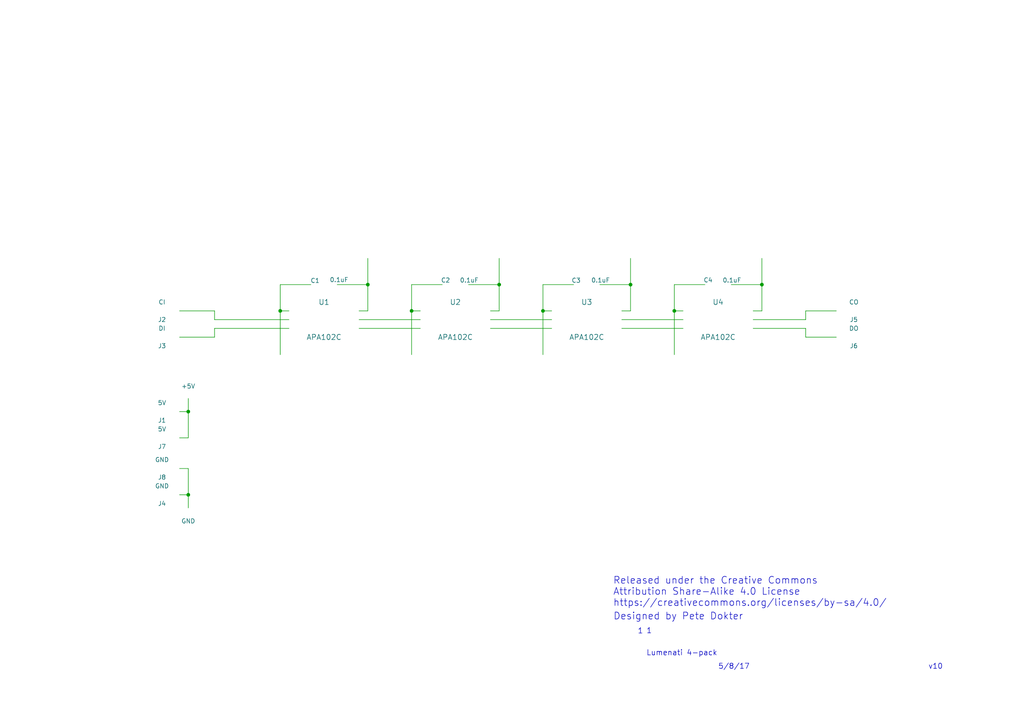
<source format=kicad_sch>
(kicad_sch (version 20230121) (generator eeschema)
  (paper "A4")
  (lib_symbols)
  (junction (at 195.58 90.17))
  (junction (at 81.28 90.17))
  (junction (at 144.78 82.55))
  (junction (at 157.48 90.17))
  (junction (at 119.38 90.17))
  (junction (at 220.98 82.55))
  (junction (at 106.68 82.55))
  (junction (at 182.88 82.55))
  (junction (at 54.61 143.51))
  (junction (at 54.61 119.38))
  (wire (pts (xy 233.68 92.71) (xy 233.68 90.17)))
  (wire (pts (xy 233.68 97.79) (xy 242.57 97.79)))
  (wire (pts (xy 52.07 143.51) (xy 54.61 143.51)))
  (wire (pts (xy 52.07 90.17) (xy 62.23 90.17)))
  (wire (pts (xy 142.24 95.25) (xy 160.02 95.25)))
  (wire (pts (xy 119.38 90.17) (xy 119.38 102.87)))
  (wire (pts (xy 180.34 92.71) (xy 198.12 92.71)))
  (wire (pts (xy 157.48 90.17) (xy 157.48 102.87)))
  (wire (pts (xy 220.98 74.93) (xy 220.98 82.55)))
  (wire (pts (xy 106.68 74.93) (xy 106.68 82.55)))
  (wire (pts (xy 54.61 143.51) (xy 54.61 147.32)))
  (wire (pts (xy 144.78 90.17) (xy 142.24 90.17)))
  (wire (pts (xy 90.17 82.55) (xy 81.28 82.55)))
  (wire (pts (xy 157.48 82.55) (xy 157.48 90.17)))
  (wire (pts (xy 104.14 95.25) (xy 121.92 95.25)))
  (wire (pts (xy 97.79 82.55) (xy 106.68 82.55)))
  (wire (pts (xy 104.14 92.71) (xy 121.92 92.71)))
  (wire (pts (xy 182.88 90.17) (xy 180.34 90.17)))
  (wire (pts (xy 81.28 82.55) (xy 81.28 90.17)))
  (wire (pts (xy 218.44 92.71) (xy 233.68 92.71)))
  (wire (pts (xy 144.78 74.93) (xy 144.78 82.55)))
  (wire (pts (xy 220.98 82.55) (xy 220.98 90.17)))
  (wire (pts (xy 182.88 82.55) (xy 182.88 90.17)))
  (wire (pts (xy 182.88 74.93) (xy 182.88 82.55)))
  (wire (pts (xy 195.58 82.55) (xy 204.47 82.55)))
  (wire (pts (xy 135.89 82.55) (xy 144.78 82.55)))
  (wire (pts (xy 106.68 90.17) (xy 104.14 90.17)))
  (wire (pts (xy 220.98 90.17) (xy 218.44 90.17)))
  (wire (pts (xy 233.68 95.25) (xy 233.68 97.79)))
  (wire (pts (xy 157.48 90.17) (xy 160.02 90.17)))
  (wire (pts (xy 218.44 95.25) (xy 233.68 95.25)))
  (wire (pts (xy 233.68 90.17) (xy 242.57 90.17)))
  (wire (pts (xy 54.61 135.89) (xy 54.61 143.51)))
  (wire (pts (xy 62.23 92.71) (xy 83.82 92.71)))
  (wire (pts (xy 157.48 82.55) (xy 166.37 82.55)))
  (wire (pts (xy 54.61 119.38) (xy 52.07 119.38)))
  (wire (pts (xy 54.61 115.57) (xy 54.61 119.38)))
  (wire (pts (xy 212.09 82.55) (xy 220.98 82.55)))
  (wire (pts (xy 81.28 90.17) (xy 81.28 102.87)))
  (wire (pts (xy 173.99 82.55) (xy 182.88 82.55)))
  (wire (pts (xy 106.68 82.55) (xy 106.68 90.17)))
  (wire (pts (xy 62.23 90.17) (xy 62.23 92.71)))
  (wire (pts (xy 195.58 90.17) (xy 195.58 102.87)))
  (wire (pts (xy 195.58 90.17) (xy 198.12 90.17)))
  (wire (pts (xy 54.61 119.38) (xy 54.61 127)))
  (wire (pts (xy 180.34 95.25) (xy 198.12 95.25)))
  (wire (pts (xy 119.38 82.55) (xy 119.38 90.17)))
  (wire (pts (xy 62.23 95.25) (xy 83.82 95.25)))
  (wire (pts (xy 54.61 127) (xy 52.07 127)))
  (wire (pts (xy 195.58 82.55) (xy 195.58 90.17)))
  (wire (pts (xy 142.24 92.71) (xy 160.02 92.71)))
  (wire (pts (xy 52.07 135.89) (xy 54.61 135.89)))
  (wire (pts (xy 119.38 90.17) (xy 121.92 90.17)))
  (wire (pts (xy 81.28 90.17) (xy 83.82 90.17)))
  (wire (pts (xy 119.38 82.55) (xy 128.27 82.55)))
  (wire (pts (xy 144.78 82.55) (xy 144.78 90.17)))
  (wire (pts (xy 62.23 97.79) (xy 62.23 95.25)))
  (wire (pts (xy 52.07 97.79) (xy 62.23 97.79)))
  (text "5/8/17" (at 208.28 194.31 0) (effects (font (size 1.524 1.524)) (justify left bottom)))
  (text "Released under the Creative Commons\nAttribution Share-Alike 4.0 License\nhttps://creativecommons.org/licenses/by-sa/4.0/" (at 177.8 176.1236 0) (effects (font (size 2.0066 2.0066)) (justify left bottom)))
  (text "1" (at 184.912 184.0484 0) (effects (font (size 1.5494 1.5494)) (justify left bottom)))
  (text "v10" (at 269.24 194.31 0) (effects (font (size 1.524 1.524)) (justify left bottom)))
  (text "Lumenati 4-pack" (at 187.452 190.3984 0) (effects (font (size 1.5494 1.5494)) (justify left bottom)))
  (text "1" (at 187.452 183.9976 0) (effects (font (size 1.5494 1.5494)) (justify left bottom)))
  (text "Designed by Pete Dokter" (at 177.8508 180.0352 0) (effects (font (size 2.0066 2.0066)) (justify left bottom)))
  (symbol (lib_id "APA102C") (at 93.98 92.71 0) (unit 1)
    (property "Reference" "U1" (at 93.98 87.63 0) (effects (font (size 1.524 1.524))))
    (property "Value" "APA102C" (at 93.98 97.79 0) (effects (font (size 1.524 1.524))))
    (property "Footprint" "Pete:APA102_3" (effects hide))
  )
  (symbol (lib_id "APA102C") (at 132.08 92.71 0) (unit 1)
    (property "Reference" "U2" (at 132.08 87.63 0) (effects (font (size 1.524 1.524))))
    (property "Value" "APA102C" (at 132.08 97.79 0) (effects (font (size 1.524 1.524))))
    (property "Footprint" "Pete:APA102_3" (effects hide))
  )
  (symbol (lib_id "APA102C") (at 170.18 92.71 0) (unit 1)
    (property "Reference" "U3" (at 170.18 87.63 0) (effects (font (size 1.524 1.524))))
    (property "Value" "APA102C" (at 170.18 97.79 0) (effects (font (size 1.524 1.524))))
    (property "Footprint" "Pete:APA102_3" (effects hide))
  )
  (symbol (lib_id "APA102C") (at 208.28 92.71 0) (unit 1)
    (property "Reference" "U4" (at 208.28 87.63 0) (effects (font (size 1.524 1.524))))
    (property "Value" "APA102C" (at 208.28 97.79 0) (effects (font (size 1.524 1.524))))
    (property "Footprint" "Pete:APA102_3" (effects hide))
  )
  (symbol (lib_id "C") (at 93.98 82.55 270) (unit 1)
    (property "Reference" "C1" (at 90.043 81.3816 90) (effects (justify left)))
    (property "Value" "0.1uF" (at 95.6056 81.153 90) (effects (justify left)))
    (property "Footprint" "SparkFun-Capacitors:0603" (effects hide))
  )
  (symbol (lib_id "C") (at 132.08 82.55 270) (unit 1)
    (property "Reference" "C2" (at 127.889 81.28 90) (effects (justify left)))
    (property "Value" "0.1uF" (at 133.35 81.28 90) (effects (justify left)))
    (property "Footprint" "SparkFun-Capacitors:0603" (effects hide))
  )
  (symbol (lib_id "C") (at 170.18 82.55 270) (unit 1)
    (property "Reference" "C3" (at 165.7604 81.3308 90) (effects (justify left)))
    (property "Value" "0.1uF" (at 171.45 81.28 90) (effects (justify left)))
    (property "Footprint" "SparkFun-Capacitors:0603" (effects hide))
  )
  (symbol (lib_id "C") (at 208.28 82.55 270) (unit 1)
    (property "Reference" "C4" (at 204.0382 81.2292 90) (effects (justify left)))
    (property "Value" "0.1uF" (at 209.55 81.28 90) (effects (justify left)))
    (property "Footprint" "SparkFun-Capacitors:0603" (effects hide))
  )
  (symbol (lib_id "+5V") (at 106.68 74.93 0) (unit 1)
    (property "Reference" "#PWR4" (effects hide))
    (property "Value" "+5V" (at 106.68 71.374 0))
  )
  (symbol (lib_id "GND") (at 195.58 102.87 0) (unit 1)
    (property "Reference" "#PWR9" (effects hide))
    (property "Value" "GND" (at 195.58 106.68 0))
  )
  (symbol (lib_id "CONN_01X01") (at 46.99 119.38 180) (unit 1)
    (property "Reference" "J1" (at 46.99 121.92 0))
    (property "Value" "5V" (at 46.99 116.84 0))
    (property "Footprint" "Pete:solder_pad_2" (effects hide))
  )
  (symbol (lib_id "CONN_01X01") (at 46.99 90.17 180) (unit 1)
    (property "Reference" "J2" (at 46.99 92.71 0))
    (property "Value" "CI" (at 46.99 87.63 0))
    (property "Footprint" "Pete:solder_pad_2" (effects hide))
  )
  (symbol (lib_id "CONN_01X01") (at 46.99 97.79 180) (unit 1)
    (property "Reference" "J3" (at 46.99 100.33 0))
    (property "Value" "DI" (at 46.99 95.25 0))
    (property "Footprint" "Pete:solder_pad_2" (effects hide))
  )
  (symbol (lib_id "CONN_01X01") (at 46.99 143.51 180) (unit 1)
    (property "Reference" "J4" (at 46.99 146.05 0))
    (property "Value" "GND" (at 46.99 140.97 0))
    (property "Footprint" "Pete:solder_pad_2" (effects hide))
  )
  (symbol (lib_id "CONN_01X01") (at 247.65 90.17 0) (unit 1)
    (property "Reference" "J5" (at 247.65 92.71 0))
    (property "Value" "CO" (at 247.65 87.63 0))
    (property "Footprint" "Pete:solder_pad_2" (effects hide))
  )
  (symbol (lib_id "CONN_01X01") (at 247.65 97.79 0) (unit 1)
    (property "Reference" "J6" (at 247.65 100.33 0))
    (property "Value" "DO" (at 247.65 95.25 0))
    (property "Footprint" "Pete:solder_pad_2" (effects hide))
  )
  (symbol (lib_id "+5V") (at 54.61 115.57 0) (unit 1)
    (property "Reference" "#PWR1" (effects hide))
    (property "Value" "+5V" (at 54.61 112.014 0))
  )
  (symbol (lib_id "GND") (at 54.61 147.32 0) (unit 1)
    (property "Reference" "#PWR2" (effects hide))
    (property "Value" "GND" (at 54.61 151.13 0))
  )
  (symbol (lib_id "CONN_01X01") (at 46.99 127 180) (unit 1)
    (property "Reference" "J7" (at 46.99 129.54 0))
    (property "Value" "5V" (at 46.99 124.46 0))
    (property "Footprint" "Pete:solder_pad_2" (effects hide))
  )
  (symbol (lib_id "CONN_01X01") (at 46.99 135.89 180) (unit 1)
    (property "Reference" "J8" (at 46.99 138.43 0))
    (property "Value" "GND" (at 46.99 133.35 0))
    (property "Footprint" "Pete:solder_pad_2" (effects hide))
  )
  (symbol (lib_id "GND") (at 157.48 102.87 0) (unit 1)
    (property "Reference" "#PWR7" (effects hide))
    (property "Value" "GND" (at 157.48 106.68 0))
  )
  (symbol (lib_id "GND") (at 119.38 102.87 0) (unit 1)
    (property "Reference" "#PWR5" (effects hide))
    (property "Value" "GND" (at 119.38 106.68 0))
  )
  (symbol (lib_id "GND") (at 81.28 102.87 0) (unit 1)
    (property "Reference" "#PWR3" (effects hide))
    (property "Value" "GND" (at 81.28 106.68 0))
  )
  (symbol (lib_id "+5V") (at 144.78 74.93 0) (unit 1)
    (property "Reference" "#PWR6" (effects hide))
    (property "Value" "+5V" (at 144.78 71.374 0))
  )
  (symbol (lib_id "+5V") (at 182.88 74.93 0) (unit 1)
    (property "Reference" "#PWR8" (effects hide))
    (property "Value" "+5V" (at 182.88 71.374 0))
  )
  (symbol (lib_id "+5V") (at 220.98 74.93 0) (unit 1)
    (property "Reference" "#PWR10" (effects hide))
    (property "Value" "+5V" (at 220.98 71.374 0))
  )
  (symbol (lib_id "SFE_LOGO_NAME_FLAME.1_INCH") (at 90.17 195.58 0) (unit 1)
    (property "Reference" "LOGO1" (effects hide))
    (property "Value" "SFE_LOGO_NAME_FLAME.1_INCH" (effects hide))
  )
  (symbol (lib_id "OSHW-LOGOMINI") (at 162.56 184.15 0) (unit 1)
    (property "Reference" "LOGO2" (effects hide))
    (property "Value" "OSHW-LOGOMINI" (effects hide))
  )
  (symbol (lib_id "FIDUCIAL1X2") (at 280.67 157.48 0) (unit 1)
    (property "Reference" "FD1" (effects hide))
    (property "Value" "FIDUCIAL1X2" (effects hide))
    (property "Footprint" "FIDUCIAL-1X2" (effects hide))
    (property "Field4" "XXX-00000" (effects hide))
  )
  (symbol (lib_id "FIDUCIAL1X2") (at 280.67 162.56 0) (unit 1)
    (property "Reference" "FD2" (effects hide))
    (property "Value" "FIDUCIAL1X2" (effects hide))
    (property "Footprint" "FIDUCIAL-1X2" (effects hide))
    (property "Field4" "XXX-00000" (effects hide))
  )
)
</source>
